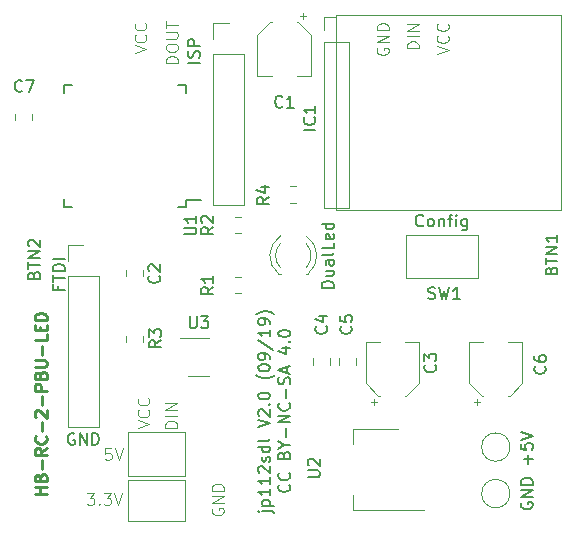
<source format=gbr>
G04 #@! TF.GenerationSoftware,KiCad,Pcbnew,(5.1.4)-1*
G04 #@! TF.CreationDate,2019-09-20T08:24:21+02:00*
G04 #@! TF.ProjectId,hb-rc-2-pbu-led,68622d72-632d-4322-9d70-62752d6c6564,rev?*
G04 #@! TF.SameCoordinates,Original*
G04 #@! TF.FileFunction,Legend,Top*
G04 #@! TF.FilePolarity,Positive*
%FSLAX46Y46*%
G04 Gerber Fmt 4.6, Leading zero omitted, Abs format (unit mm)*
G04 Created by KiCad (PCBNEW (5.1.4)-1) date 2019-09-20 08:24:21*
%MOMM*%
%LPD*%
G04 APERTURE LIST*
%ADD10C,0.150000*%
%ADD11C,0.100000*%
%ADD12C,0.120000*%
%ADD13C,0.250000*%
%ADD14C,0.200000*%
G04 APERTURE END LIST*
D10*
X94305380Y-59142190D02*
X93305380Y-59142190D01*
X94257761Y-58713619D02*
X94305380Y-58570761D01*
X94305380Y-58332666D01*
X94257761Y-58237428D01*
X94210142Y-58189809D01*
X94114904Y-58142190D01*
X94019666Y-58142190D01*
X93924428Y-58189809D01*
X93876809Y-58237428D01*
X93829190Y-58332666D01*
X93781571Y-58523142D01*
X93733952Y-58618380D01*
X93686333Y-58666000D01*
X93591095Y-58713619D01*
X93495857Y-58713619D01*
X93400619Y-58666000D01*
X93353000Y-58618380D01*
X93305380Y-58523142D01*
X93305380Y-58285047D01*
X93353000Y-58142190D01*
X94305380Y-57713619D02*
X93305380Y-57713619D01*
X93305380Y-57332666D01*
X93353000Y-57237428D01*
X93400619Y-57189809D01*
X93495857Y-57142190D01*
X93638714Y-57142190D01*
X93733952Y-57189809D01*
X93781571Y-57237428D01*
X93829190Y-57332666D01*
X93829190Y-57713619D01*
X83693095Y-90559000D02*
X83597857Y-90511380D01*
X83455000Y-90511380D01*
X83312142Y-90559000D01*
X83216904Y-90654238D01*
X83169285Y-90749476D01*
X83121666Y-90939952D01*
X83121666Y-91082809D01*
X83169285Y-91273285D01*
X83216904Y-91368523D01*
X83312142Y-91463761D01*
X83455000Y-91511380D01*
X83550238Y-91511380D01*
X83693095Y-91463761D01*
X83740714Y-91416142D01*
X83740714Y-91082809D01*
X83550238Y-91082809D01*
X84169285Y-91511380D02*
X84169285Y-90511380D01*
X84740714Y-91511380D01*
X84740714Y-90511380D01*
X85216904Y-91511380D02*
X85216904Y-90511380D01*
X85455000Y-90511380D01*
X85597857Y-90559000D01*
X85693095Y-90654238D01*
X85740714Y-90749476D01*
X85788333Y-90939952D01*
X85788333Y-91082809D01*
X85740714Y-91273285D01*
X85693095Y-91368523D01*
X85597857Y-91463761D01*
X85455000Y-91511380D01*
X85216904Y-91511380D01*
X82351571Y-78065190D02*
X82351571Y-78398523D01*
X82875380Y-78398523D02*
X81875380Y-78398523D01*
X81875380Y-77922333D01*
X81875380Y-77684238D02*
X81875380Y-77112809D01*
X82875380Y-77398523D02*
X81875380Y-77398523D01*
X82875380Y-76779476D02*
X81875380Y-76779476D01*
X81875380Y-76541380D01*
X81923000Y-76398523D01*
X82018238Y-76303285D01*
X82113476Y-76255666D01*
X82303952Y-76208047D01*
X82446809Y-76208047D01*
X82637285Y-76255666D01*
X82732523Y-76303285D01*
X82827761Y-76398523D01*
X82875380Y-76541380D01*
X82875380Y-76779476D01*
X82875380Y-75779476D02*
X81875380Y-75779476D01*
D11*
X84756809Y-95591380D02*
X85375857Y-95591380D01*
X85042523Y-95972333D01*
X85185380Y-95972333D01*
X85280619Y-96019952D01*
X85328238Y-96067571D01*
X85375857Y-96162809D01*
X85375857Y-96400904D01*
X85328238Y-96496142D01*
X85280619Y-96543761D01*
X85185380Y-96591380D01*
X84899666Y-96591380D01*
X84804428Y-96543761D01*
X84756809Y-96496142D01*
X85804428Y-96496142D02*
X85852047Y-96543761D01*
X85804428Y-96591380D01*
X85756809Y-96543761D01*
X85804428Y-96496142D01*
X85804428Y-96591380D01*
X86185380Y-95591380D02*
X86804428Y-95591380D01*
X86471095Y-95972333D01*
X86613952Y-95972333D01*
X86709190Y-96019952D01*
X86756809Y-96067571D01*
X86804428Y-96162809D01*
X86804428Y-96400904D01*
X86756809Y-96496142D01*
X86709190Y-96543761D01*
X86613952Y-96591380D01*
X86328238Y-96591380D01*
X86233000Y-96543761D01*
X86185380Y-96496142D01*
X87090142Y-95591380D02*
X87423476Y-96591380D01*
X87756809Y-95591380D01*
X86804523Y-91781380D02*
X86328333Y-91781380D01*
X86280714Y-92257571D01*
X86328333Y-92209952D01*
X86423571Y-92162333D01*
X86661666Y-92162333D01*
X86756904Y-92209952D01*
X86804523Y-92257571D01*
X86852142Y-92352809D01*
X86852142Y-92590904D01*
X86804523Y-92686142D01*
X86756904Y-92733761D01*
X86661666Y-92781380D01*
X86423571Y-92781380D01*
X86328333Y-92733761D01*
X86280714Y-92686142D01*
X87137857Y-91781380D02*
X87471190Y-92781380D01*
X87804523Y-91781380D01*
X89050880Y-90106333D02*
X90050880Y-89773000D01*
X89050880Y-89439666D01*
X89955642Y-88534904D02*
X90003261Y-88582523D01*
X90050880Y-88725380D01*
X90050880Y-88820619D01*
X90003261Y-88963476D01*
X89908023Y-89058714D01*
X89812785Y-89106333D01*
X89622309Y-89153952D01*
X89479452Y-89153952D01*
X89288976Y-89106333D01*
X89193738Y-89058714D01*
X89098500Y-88963476D01*
X89050880Y-88820619D01*
X89050880Y-88725380D01*
X89098500Y-88582523D01*
X89146119Y-88534904D01*
X89955642Y-87534904D02*
X90003261Y-87582523D01*
X90050880Y-87725380D01*
X90050880Y-87820619D01*
X90003261Y-87963476D01*
X89908023Y-88058714D01*
X89812785Y-88106333D01*
X89622309Y-88153952D01*
X89479452Y-88153952D01*
X89288976Y-88106333D01*
X89193738Y-88058714D01*
X89098500Y-87963476D01*
X89050880Y-87820619D01*
X89050880Y-87725380D01*
X89098500Y-87582523D01*
X89146119Y-87534904D01*
X92400380Y-90050809D02*
X91400380Y-90050809D01*
X91400380Y-89812714D01*
X91448000Y-89669857D01*
X91543238Y-89574619D01*
X91638476Y-89527000D01*
X91828952Y-89479380D01*
X91971809Y-89479380D01*
X92162285Y-89527000D01*
X92257523Y-89574619D01*
X92352761Y-89669857D01*
X92400380Y-89812714D01*
X92400380Y-90050809D01*
X92400380Y-89050809D02*
X91400380Y-89050809D01*
X92400380Y-88574619D02*
X91400380Y-88574619D01*
X92400380Y-88003190D01*
X91400380Y-88003190D01*
D12*
X88265000Y-94488000D02*
X93091000Y-94488000D01*
X88265000Y-97917000D02*
X88265000Y-94488000D01*
X93091000Y-97917000D02*
X88265000Y-97917000D01*
X93091000Y-94488000D02*
X93091000Y-97917000D01*
X88265000Y-94107000D02*
X88265000Y-90424000D01*
X93091000Y-94107000D02*
X88265000Y-94107000D01*
X93091000Y-90424000D02*
X93091000Y-94107000D01*
X88265000Y-90424000D02*
X93091000Y-90424000D01*
D11*
X95385000Y-96900904D02*
X95337380Y-96996142D01*
X95337380Y-97139000D01*
X95385000Y-97281857D01*
X95480238Y-97377095D01*
X95575476Y-97424714D01*
X95765952Y-97472333D01*
X95908809Y-97472333D01*
X96099285Y-97424714D01*
X96194523Y-97377095D01*
X96289761Y-97281857D01*
X96337380Y-97139000D01*
X96337380Y-97043761D01*
X96289761Y-96900904D01*
X96242142Y-96853285D01*
X95908809Y-96853285D01*
X95908809Y-97043761D01*
X96337380Y-96424714D02*
X95337380Y-96424714D01*
X96337380Y-95853285D01*
X95337380Y-95853285D01*
X96337380Y-95377095D02*
X95337380Y-95377095D01*
X95337380Y-95139000D01*
X95385000Y-94996142D01*
X95480238Y-94900904D01*
X95575476Y-94853285D01*
X95765952Y-94805666D01*
X95908809Y-94805666D01*
X96099285Y-94853285D01*
X96194523Y-94900904D01*
X96289761Y-94996142D01*
X96337380Y-95139000D01*
X96337380Y-95377095D01*
D10*
X121547000Y-96392904D02*
X121499380Y-96488142D01*
X121499380Y-96631000D01*
X121547000Y-96773857D01*
X121642238Y-96869095D01*
X121737476Y-96916714D01*
X121927952Y-96964333D01*
X122070809Y-96964333D01*
X122261285Y-96916714D01*
X122356523Y-96869095D01*
X122451761Y-96773857D01*
X122499380Y-96631000D01*
X122499380Y-96535761D01*
X122451761Y-96392904D01*
X122404142Y-96345285D01*
X122070809Y-96345285D01*
X122070809Y-96535761D01*
X122499380Y-95916714D02*
X121499380Y-95916714D01*
X122499380Y-95345285D01*
X121499380Y-95345285D01*
X122499380Y-94869095D02*
X121499380Y-94869095D01*
X121499380Y-94631000D01*
X121547000Y-94488142D01*
X121642238Y-94392904D01*
X121737476Y-94345285D01*
X121927952Y-94297666D01*
X122070809Y-94297666D01*
X122261285Y-94345285D01*
X122356523Y-94392904D01*
X122451761Y-94488142D01*
X122499380Y-94631000D01*
X122499380Y-94869095D01*
X122118428Y-93106714D02*
X122118428Y-92344809D01*
X122499380Y-92725761D02*
X121737476Y-92725761D01*
X121499380Y-91392428D02*
X121499380Y-91868619D01*
X121975571Y-91916238D01*
X121927952Y-91868619D01*
X121880333Y-91773380D01*
X121880333Y-91535285D01*
X121927952Y-91440047D01*
X121975571Y-91392428D01*
X122070809Y-91344809D01*
X122308904Y-91344809D01*
X122404142Y-91392428D01*
X122451761Y-91440047D01*
X122499380Y-91535285D01*
X122499380Y-91773380D01*
X122451761Y-91868619D01*
X122404142Y-91916238D01*
X121499380Y-91059095D02*
X122499380Y-90725761D01*
X121499380Y-90392428D01*
D13*
X81351380Y-95630047D02*
X80351380Y-95630047D01*
X80827571Y-95630047D02*
X80827571Y-95058619D01*
X81351380Y-95058619D02*
X80351380Y-95058619D01*
X80827571Y-94249095D02*
X80875190Y-94106238D01*
X80922809Y-94058619D01*
X81018047Y-94011000D01*
X81160904Y-94011000D01*
X81256142Y-94058619D01*
X81303761Y-94106238D01*
X81351380Y-94201476D01*
X81351380Y-94582428D01*
X80351380Y-94582428D01*
X80351380Y-94249095D01*
X80399000Y-94153857D01*
X80446619Y-94106238D01*
X80541857Y-94058619D01*
X80637095Y-94058619D01*
X80732333Y-94106238D01*
X80779952Y-94153857D01*
X80827571Y-94249095D01*
X80827571Y-94582428D01*
X80970428Y-93582428D02*
X80970428Y-92820523D01*
X81351380Y-91772904D02*
X80875190Y-92106238D01*
X81351380Y-92344333D02*
X80351380Y-92344333D01*
X80351380Y-91963380D01*
X80399000Y-91868142D01*
X80446619Y-91820523D01*
X80541857Y-91772904D01*
X80684714Y-91772904D01*
X80779952Y-91820523D01*
X80827571Y-91868142D01*
X80875190Y-91963380D01*
X80875190Y-92344333D01*
X81256142Y-90772904D02*
X81303761Y-90820523D01*
X81351380Y-90963380D01*
X81351380Y-91058619D01*
X81303761Y-91201476D01*
X81208523Y-91296714D01*
X81113285Y-91344333D01*
X80922809Y-91391952D01*
X80779952Y-91391952D01*
X80589476Y-91344333D01*
X80494238Y-91296714D01*
X80399000Y-91201476D01*
X80351380Y-91058619D01*
X80351380Y-90963380D01*
X80399000Y-90820523D01*
X80446619Y-90772904D01*
X80970428Y-90344333D02*
X80970428Y-89582428D01*
X80446619Y-89153857D02*
X80399000Y-89106238D01*
X80351380Y-89011000D01*
X80351380Y-88772904D01*
X80399000Y-88677666D01*
X80446619Y-88630047D01*
X80541857Y-88582428D01*
X80637095Y-88582428D01*
X80779952Y-88630047D01*
X81351380Y-89201476D01*
X81351380Y-88582428D01*
X80970428Y-88153857D02*
X80970428Y-87391952D01*
X81351380Y-86915761D02*
X80351380Y-86915761D01*
X80351380Y-86534809D01*
X80399000Y-86439571D01*
X80446619Y-86391952D01*
X80541857Y-86344333D01*
X80684714Y-86344333D01*
X80779952Y-86391952D01*
X80827571Y-86439571D01*
X80875190Y-86534809D01*
X80875190Y-86915761D01*
X80827571Y-85582428D02*
X80875190Y-85439571D01*
X80922809Y-85391952D01*
X81018047Y-85344333D01*
X81160904Y-85344333D01*
X81256142Y-85391952D01*
X81303761Y-85439571D01*
X81351380Y-85534809D01*
X81351380Y-85915761D01*
X80351380Y-85915761D01*
X80351380Y-85582428D01*
X80399000Y-85487190D01*
X80446619Y-85439571D01*
X80541857Y-85391952D01*
X80637095Y-85391952D01*
X80732333Y-85439571D01*
X80779952Y-85487190D01*
X80827571Y-85582428D01*
X80827571Y-85915761D01*
X80351380Y-84915761D02*
X81160904Y-84915761D01*
X81256142Y-84868142D01*
X81303761Y-84820523D01*
X81351380Y-84725285D01*
X81351380Y-84534809D01*
X81303761Y-84439571D01*
X81256142Y-84391952D01*
X81160904Y-84344333D01*
X80351380Y-84344333D01*
X80970428Y-83868142D02*
X80970428Y-83106238D01*
X81351380Y-82153857D02*
X81351380Y-82630047D01*
X80351380Y-82630047D01*
X80827571Y-81820523D02*
X80827571Y-81487190D01*
X81351380Y-81344333D02*
X81351380Y-81820523D01*
X80351380Y-81820523D01*
X80351380Y-81344333D01*
X81351380Y-80915761D02*
X80351380Y-80915761D01*
X80351380Y-80677666D01*
X80399000Y-80534809D01*
X80494238Y-80439571D01*
X80589476Y-80391952D01*
X80779952Y-80344333D01*
X80922809Y-80344333D01*
X81113285Y-80391952D01*
X81208523Y-80439571D01*
X81303761Y-80534809D01*
X81351380Y-80677666D01*
X81351380Y-80915761D01*
D14*
X99595914Y-97122190D02*
X100453057Y-97122190D01*
X100548295Y-97169809D01*
X100595914Y-97265047D01*
X100595914Y-97312666D01*
X99262580Y-97122190D02*
X99310200Y-97169809D01*
X99357819Y-97122190D01*
X99310200Y-97074571D01*
X99262580Y-97122190D01*
X99357819Y-97122190D01*
X99595914Y-96646000D02*
X100595914Y-96646000D01*
X99643533Y-96646000D02*
X99595914Y-96550761D01*
X99595914Y-96360285D01*
X99643533Y-96265047D01*
X99691152Y-96217428D01*
X99786390Y-96169809D01*
X100072104Y-96169809D01*
X100167342Y-96217428D01*
X100214961Y-96265047D01*
X100262580Y-96360285D01*
X100262580Y-96550761D01*
X100214961Y-96646000D01*
X100262580Y-95217428D02*
X100262580Y-95788857D01*
X100262580Y-95503142D02*
X99262580Y-95503142D01*
X99405438Y-95598380D01*
X99500676Y-95693619D01*
X99548295Y-95788857D01*
X100262580Y-94265047D02*
X100262580Y-94836476D01*
X100262580Y-94550761D02*
X99262580Y-94550761D01*
X99405438Y-94646000D01*
X99500676Y-94741238D01*
X99548295Y-94836476D01*
X99357819Y-93884095D02*
X99310200Y-93836476D01*
X99262580Y-93741238D01*
X99262580Y-93503142D01*
X99310200Y-93407904D01*
X99357819Y-93360285D01*
X99453057Y-93312666D01*
X99548295Y-93312666D01*
X99691152Y-93360285D01*
X100262580Y-93931714D01*
X100262580Y-93312666D01*
X100214961Y-92931714D02*
X100262580Y-92836476D01*
X100262580Y-92646000D01*
X100214961Y-92550761D01*
X100119723Y-92503142D01*
X100072104Y-92503142D01*
X99976866Y-92550761D01*
X99929247Y-92646000D01*
X99929247Y-92788857D01*
X99881628Y-92884095D01*
X99786390Y-92931714D01*
X99738771Y-92931714D01*
X99643533Y-92884095D01*
X99595914Y-92788857D01*
X99595914Y-92646000D01*
X99643533Y-92550761D01*
X100262580Y-91646000D02*
X99262580Y-91646000D01*
X100214961Y-91646000D02*
X100262580Y-91741238D01*
X100262580Y-91931714D01*
X100214961Y-92026952D01*
X100167342Y-92074571D01*
X100072104Y-92122190D01*
X99786390Y-92122190D01*
X99691152Y-92074571D01*
X99643533Y-92026952D01*
X99595914Y-91931714D01*
X99595914Y-91741238D01*
X99643533Y-91646000D01*
X100262580Y-91026952D02*
X100214961Y-91122190D01*
X100119723Y-91169809D01*
X99262580Y-91169809D01*
X99262580Y-90026952D02*
X100262580Y-89693619D01*
X99262580Y-89360285D01*
X99357819Y-89074571D02*
X99310200Y-89026952D01*
X99262580Y-88931714D01*
X99262580Y-88693619D01*
X99310200Y-88598380D01*
X99357819Y-88550761D01*
X99453057Y-88503142D01*
X99548295Y-88503142D01*
X99691152Y-88550761D01*
X100262580Y-89122190D01*
X100262580Y-88503142D01*
X100167342Y-88074571D02*
X100214961Y-88026952D01*
X100262580Y-88074571D01*
X100214961Y-88122190D01*
X100167342Y-88074571D01*
X100262580Y-88074571D01*
X99262580Y-87407904D02*
X99262580Y-87312666D01*
X99310200Y-87217428D01*
X99357819Y-87169809D01*
X99453057Y-87122190D01*
X99643533Y-87074571D01*
X99881628Y-87074571D01*
X100072104Y-87122190D01*
X100167342Y-87169809D01*
X100214961Y-87217428D01*
X100262580Y-87312666D01*
X100262580Y-87407904D01*
X100214961Y-87503142D01*
X100167342Y-87550761D01*
X100072104Y-87598380D01*
X99881628Y-87646000D01*
X99643533Y-87646000D01*
X99453057Y-87598380D01*
X99357819Y-87550761D01*
X99310200Y-87503142D01*
X99262580Y-87407904D01*
X100643533Y-85598380D02*
X100595914Y-85646000D01*
X100453057Y-85741238D01*
X100357819Y-85788857D01*
X100214961Y-85836476D01*
X99976866Y-85884095D01*
X99786390Y-85884095D01*
X99548295Y-85836476D01*
X99405438Y-85788857D01*
X99310200Y-85741238D01*
X99167342Y-85646000D01*
X99119723Y-85598380D01*
X99262580Y-85026952D02*
X99262580Y-84931714D01*
X99310200Y-84836476D01*
X99357819Y-84788857D01*
X99453057Y-84741238D01*
X99643533Y-84693619D01*
X99881628Y-84693619D01*
X100072104Y-84741238D01*
X100167342Y-84788857D01*
X100214961Y-84836476D01*
X100262580Y-84931714D01*
X100262580Y-85026952D01*
X100214961Y-85122190D01*
X100167342Y-85169809D01*
X100072104Y-85217428D01*
X99881628Y-85265047D01*
X99643533Y-85265047D01*
X99453057Y-85217428D01*
X99357819Y-85169809D01*
X99310200Y-85122190D01*
X99262580Y-85026952D01*
X100262580Y-84217428D02*
X100262580Y-84026952D01*
X100214961Y-83931714D01*
X100167342Y-83884095D01*
X100024485Y-83788857D01*
X99834009Y-83741238D01*
X99453057Y-83741238D01*
X99357819Y-83788857D01*
X99310200Y-83836476D01*
X99262580Y-83931714D01*
X99262580Y-84122190D01*
X99310200Y-84217428D01*
X99357819Y-84265047D01*
X99453057Y-84312666D01*
X99691152Y-84312666D01*
X99786390Y-84265047D01*
X99834009Y-84217428D01*
X99881628Y-84122190D01*
X99881628Y-83931714D01*
X99834009Y-83836476D01*
X99786390Y-83788857D01*
X99691152Y-83741238D01*
X99214961Y-82598380D02*
X100500676Y-83455523D01*
X100262580Y-81741238D02*
X100262580Y-82312666D01*
X100262580Y-82026952D02*
X99262580Y-82026952D01*
X99405438Y-82122190D01*
X99500676Y-82217428D01*
X99548295Y-82312666D01*
X100262580Y-81265047D02*
X100262580Y-81074571D01*
X100214961Y-80979333D01*
X100167342Y-80931714D01*
X100024485Y-80836476D01*
X99834009Y-80788857D01*
X99453057Y-80788857D01*
X99357819Y-80836476D01*
X99310200Y-80884095D01*
X99262580Y-80979333D01*
X99262580Y-81169809D01*
X99310200Y-81265047D01*
X99357819Y-81312666D01*
X99453057Y-81360285D01*
X99691152Y-81360285D01*
X99786390Y-81312666D01*
X99834009Y-81265047D01*
X99881628Y-81169809D01*
X99881628Y-80979333D01*
X99834009Y-80884095D01*
X99786390Y-80836476D01*
X99691152Y-80788857D01*
X100643533Y-80455523D02*
X100595914Y-80407904D01*
X100453057Y-80312666D01*
X100357819Y-80265047D01*
X100214961Y-80217428D01*
X99976866Y-80169809D01*
X99786390Y-80169809D01*
X99548295Y-80217428D01*
X99405438Y-80265047D01*
X99310200Y-80312666D01*
X99167342Y-80407904D01*
X99119723Y-80455523D01*
X101867342Y-94884095D02*
X101914961Y-94931714D01*
X101962580Y-95074571D01*
X101962580Y-95169809D01*
X101914961Y-95312666D01*
X101819723Y-95407904D01*
X101724485Y-95455523D01*
X101534009Y-95503142D01*
X101391152Y-95503142D01*
X101200676Y-95455523D01*
X101105438Y-95407904D01*
X101010200Y-95312666D01*
X100962580Y-95169809D01*
X100962580Y-95074571D01*
X101010200Y-94931714D01*
X101057819Y-94884095D01*
X101867342Y-93884095D02*
X101914961Y-93931714D01*
X101962580Y-94074571D01*
X101962580Y-94169809D01*
X101914961Y-94312666D01*
X101819723Y-94407904D01*
X101724485Y-94455523D01*
X101534009Y-94503142D01*
X101391152Y-94503142D01*
X101200676Y-94455523D01*
X101105438Y-94407904D01*
X101010200Y-94312666D01*
X100962580Y-94169809D01*
X100962580Y-94074571D01*
X101010200Y-93931714D01*
X101057819Y-93884095D01*
X101438771Y-92360285D02*
X101486390Y-92217428D01*
X101534009Y-92169809D01*
X101629247Y-92122190D01*
X101772104Y-92122190D01*
X101867342Y-92169809D01*
X101914961Y-92217428D01*
X101962580Y-92312666D01*
X101962580Y-92693619D01*
X100962580Y-92693619D01*
X100962580Y-92360285D01*
X101010200Y-92265047D01*
X101057819Y-92217428D01*
X101153057Y-92169809D01*
X101248295Y-92169809D01*
X101343533Y-92217428D01*
X101391152Y-92265047D01*
X101438771Y-92360285D01*
X101438771Y-92693619D01*
X101486390Y-91503142D02*
X101962580Y-91503142D01*
X100962580Y-91836476D02*
X101486390Y-91503142D01*
X100962580Y-91169809D01*
X101581628Y-90836476D02*
X101581628Y-90074571D01*
X101962580Y-89598380D02*
X100962580Y-89598380D01*
X101962580Y-89026952D01*
X100962580Y-89026952D01*
X101867342Y-87979333D02*
X101914961Y-88026952D01*
X101962580Y-88169809D01*
X101962580Y-88265047D01*
X101914961Y-88407904D01*
X101819723Y-88503142D01*
X101724485Y-88550761D01*
X101534009Y-88598380D01*
X101391152Y-88598380D01*
X101200676Y-88550761D01*
X101105438Y-88503142D01*
X101010200Y-88407904D01*
X100962580Y-88265047D01*
X100962580Y-88169809D01*
X101010200Y-88026952D01*
X101057819Y-87979333D01*
X101581628Y-87550761D02*
X101581628Y-86788857D01*
X101914961Y-86360285D02*
X101962580Y-86217428D01*
X101962580Y-85979333D01*
X101914961Y-85884095D01*
X101867342Y-85836476D01*
X101772104Y-85788857D01*
X101676866Y-85788857D01*
X101581628Y-85836476D01*
X101534009Y-85884095D01*
X101486390Y-85979333D01*
X101438771Y-86169809D01*
X101391152Y-86265047D01*
X101343533Y-86312666D01*
X101248295Y-86360285D01*
X101153057Y-86360285D01*
X101057819Y-86312666D01*
X101010200Y-86265047D01*
X100962580Y-86169809D01*
X100962580Y-85931714D01*
X101010200Y-85788857D01*
X101676866Y-85407904D02*
X101676866Y-84931714D01*
X101962580Y-85503142D02*
X100962580Y-85169809D01*
X101962580Y-84836476D01*
X101295914Y-83312666D02*
X101962580Y-83312666D01*
X100914961Y-83550761D02*
X101629247Y-83788857D01*
X101629247Y-83169809D01*
X101867342Y-82788857D02*
X101914961Y-82741238D01*
X101962580Y-82788857D01*
X101914961Y-82836476D01*
X101867342Y-82788857D01*
X101962580Y-82788857D01*
X100962580Y-82122190D02*
X100962580Y-82026952D01*
X101010200Y-81931714D01*
X101057819Y-81884095D01*
X101153057Y-81836476D01*
X101343533Y-81788857D01*
X101581628Y-81788857D01*
X101772104Y-81836476D01*
X101867342Y-81884095D01*
X101914961Y-81931714D01*
X101962580Y-82026952D01*
X101962580Y-82122190D01*
X101914961Y-82217428D01*
X101867342Y-82265047D01*
X101772104Y-82312666D01*
X101581628Y-82360285D01*
X101343533Y-82360285D01*
X101153057Y-82312666D01*
X101057819Y-82265047D01*
X101010200Y-82217428D01*
X100962580Y-82122190D01*
D12*
X105892600Y-71602600D02*
X105892600Y-55092600D01*
X124942600Y-71602600D02*
X105892600Y-71602600D01*
X124942600Y-55092600D02*
X124942600Y-71602600D01*
X105892600Y-55092600D02*
X124942600Y-55092600D01*
D10*
X93135200Y-70805400D02*
X94410200Y-70805400D01*
X82785200Y-71380400D02*
X83460200Y-71380400D01*
X82785200Y-61030400D02*
X83460200Y-61030400D01*
X93135200Y-61030400D02*
X92460200Y-61030400D01*
X93135200Y-71380400D02*
X92460200Y-71380400D01*
X93135200Y-61030400D02*
X93135200Y-61705400D01*
X82785200Y-61030400D02*
X82785200Y-61705400D01*
X82785200Y-71380400D02*
X82785200Y-70705400D01*
X93135200Y-71380400D02*
X93135200Y-70805400D01*
D12*
X95444000Y-55820000D02*
X96774000Y-55820000D01*
X95444000Y-57150000D02*
X95444000Y-55820000D01*
X95444000Y-58420000D02*
X98104000Y-58420000D01*
X98104000Y-58420000D02*
X98104000Y-71180000D01*
X95444000Y-58420000D02*
X95444000Y-71180000D01*
X95444000Y-71180000D02*
X98104000Y-71180000D01*
X117570000Y-87840000D02*
X118070000Y-87840000D01*
X117820000Y-88090000D02*
X117820000Y-87590000D01*
X120575563Y-87350000D02*
X121640000Y-86285563D01*
X118184437Y-87350000D02*
X117120000Y-86285563D01*
X118184437Y-87350000D02*
X118320000Y-87350000D01*
X120575563Y-87350000D02*
X120440000Y-87350000D01*
X121640000Y-86285563D02*
X121640000Y-82830000D01*
X117120000Y-86285563D02*
X117120000Y-82830000D01*
X117120000Y-82830000D02*
X118320000Y-82830000D01*
X121640000Y-82830000D02*
X120440000Y-82830000D01*
X108807000Y-87840000D02*
X109307000Y-87840000D01*
X109057000Y-88090000D02*
X109057000Y-87590000D01*
X111812563Y-87350000D02*
X112877000Y-86285563D01*
X109421437Y-87350000D02*
X108357000Y-86285563D01*
X109421437Y-87350000D02*
X109557000Y-87350000D01*
X111812563Y-87350000D02*
X111677000Y-87350000D01*
X112877000Y-86285563D02*
X112877000Y-82830000D01*
X108357000Y-86285563D02*
X108357000Y-82830000D01*
X108357000Y-82830000D02*
X109557000Y-82830000D01*
X112877000Y-82830000D02*
X111677000Y-82830000D01*
X103270000Y-55225500D02*
X102770000Y-55225500D01*
X103020000Y-54975500D02*
X103020000Y-55475500D01*
X100264437Y-55715500D02*
X99200000Y-56779937D01*
X102655563Y-55715500D02*
X103720000Y-56779937D01*
X102655563Y-55715500D02*
X102520000Y-55715500D01*
X100264437Y-55715500D02*
X100400000Y-55715500D01*
X99200000Y-56779937D02*
X99200000Y-60235500D01*
X103720000Y-56779937D02*
X103720000Y-60235500D01*
X103720000Y-60235500D02*
X102520000Y-60235500D01*
X99200000Y-60235500D02*
X100400000Y-60235500D01*
X101982748Y-71042600D02*
X102505252Y-71042600D01*
X101982748Y-69622600D02*
X102505252Y-69622600D01*
X89483000Y-82802252D02*
X89483000Y-82279748D01*
X88063000Y-82802252D02*
X88063000Y-82279748D01*
X97265748Y-73608000D02*
X97788252Y-73608000D01*
X97265748Y-72188000D02*
X97788252Y-72188000D01*
X97265748Y-78688000D02*
X97788252Y-78688000D01*
X97265748Y-77268000D02*
X97788252Y-77268000D01*
X80085000Y-64031652D02*
X80085000Y-63509148D01*
X78665000Y-64031652D02*
X78665000Y-63509148D01*
X107517000Y-84716252D02*
X107517000Y-84193748D01*
X106097000Y-84716252D02*
X106097000Y-84193748D01*
X105358000Y-84716252D02*
X105358000Y-84193748D01*
X103938000Y-84716252D02*
X103938000Y-84193748D01*
X88063000Y-76700748D02*
X88063000Y-77223252D01*
X89483000Y-76700748D02*
X89483000Y-77223252D01*
X120580000Y-95631000D02*
G75*
G03X120580000Y-95631000I-1200000J0D01*
G01*
X120580000Y-91694000D02*
G75*
G03X120580000Y-91694000I-1200000J0D01*
G01*
X117868000Y-73755000D02*
X117868000Y-77375000D01*
X111748000Y-73755000D02*
X117868000Y-73755000D01*
X111748000Y-77375000D02*
X111748000Y-73755000D01*
X117868000Y-77375000D02*
X111748000Y-77375000D01*
X95134000Y-82464000D02*
X92684000Y-82464000D01*
X93334000Y-85684000D02*
X95134000Y-85684000D01*
X107310000Y-90189000D02*
X107310000Y-91449000D01*
X107310000Y-97009000D02*
X107310000Y-95749000D01*
X111070000Y-90189000D02*
X107310000Y-90189000D01*
X113320000Y-97009000D02*
X107310000Y-97009000D01*
X83125000Y-74616000D02*
X84455000Y-74616000D01*
X83125000Y-75946000D02*
X83125000Y-74616000D01*
X83125000Y-77216000D02*
X85785000Y-77216000D01*
X85785000Y-77216000D02*
X85785000Y-89976000D01*
X83125000Y-77216000D02*
X83125000Y-89976000D01*
X83125000Y-89976000D02*
X85785000Y-89976000D01*
X104833000Y-55302600D02*
X105893000Y-55302600D01*
X104833000Y-56362600D02*
X104833000Y-55302600D01*
X104833000Y-57362600D02*
X106953000Y-57362600D01*
X106953000Y-57362600D02*
X106953000Y-71422600D01*
X104833000Y-57362600D02*
X104833000Y-71422600D01*
X104833000Y-71422600D02*
X106953000Y-71422600D01*
X103315000Y-77048800D02*
X103471000Y-77048800D01*
X100999000Y-77048800D02*
X101155000Y-77048800D01*
X103314837Y-74447670D02*
G75*
G02X103315000Y-76529761I-1079837J-1041130D01*
G01*
X101155163Y-74447670D02*
G75*
G03X101155000Y-76529761I1079837J-1041130D01*
G01*
X103313608Y-73816465D02*
G75*
G02X103470516Y-77048800I-1078608J-1672335D01*
G01*
X101156392Y-73816465D02*
G75*
G03X100999484Y-77048800I1078608J-1672335D01*
G01*
D10*
X93010980Y-73685304D02*
X93820504Y-73685304D01*
X93915742Y-73637685D01*
X93963361Y-73590066D01*
X94010980Y-73494828D01*
X94010980Y-73304352D01*
X93963361Y-73209114D01*
X93915742Y-73161495D01*
X93820504Y-73113876D01*
X93010980Y-73113876D01*
X94010980Y-72113876D02*
X94010980Y-72685304D01*
X94010980Y-72399590D02*
X93010980Y-72399590D01*
X93153838Y-72494828D01*
X93249076Y-72590066D01*
X93296695Y-72685304D01*
X124071071Y-76747523D02*
X124118690Y-76604666D01*
X124166309Y-76557047D01*
X124261547Y-76509428D01*
X124404404Y-76509428D01*
X124499642Y-76557047D01*
X124547261Y-76604666D01*
X124594880Y-76699904D01*
X124594880Y-77080857D01*
X123594880Y-77080857D01*
X123594880Y-76747523D01*
X123642500Y-76652285D01*
X123690119Y-76604666D01*
X123785357Y-76557047D01*
X123880595Y-76557047D01*
X123975833Y-76604666D01*
X124023452Y-76652285D01*
X124071071Y-76747523D01*
X124071071Y-77080857D01*
X123594880Y-76223714D02*
X123594880Y-75652285D01*
X124594880Y-75938000D02*
X123594880Y-75938000D01*
X124594880Y-75318952D02*
X123594880Y-75318952D01*
X124594880Y-74747523D01*
X123594880Y-74747523D01*
X124594880Y-73747523D02*
X124594880Y-74318952D01*
X124594880Y-74033238D02*
X123594880Y-74033238D01*
X123737738Y-74128476D01*
X123832976Y-74223714D01*
X123880595Y-74318952D01*
X80256071Y-77128523D02*
X80303690Y-76985666D01*
X80351309Y-76938047D01*
X80446547Y-76890428D01*
X80589404Y-76890428D01*
X80684642Y-76938047D01*
X80732261Y-76985666D01*
X80779880Y-77080904D01*
X80779880Y-77461857D01*
X79779880Y-77461857D01*
X79779880Y-77128523D01*
X79827500Y-77033285D01*
X79875119Y-76985666D01*
X79970357Y-76938047D01*
X80065595Y-76938047D01*
X80160833Y-76985666D01*
X80208452Y-77033285D01*
X80256071Y-77128523D01*
X80256071Y-77461857D01*
X79779880Y-76604714D02*
X79779880Y-76033285D01*
X80779880Y-76319000D02*
X79779880Y-76319000D01*
X80779880Y-75699952D02*
X79779880Y-75699952D01*
X80779880Y-75128523D01*
X79779880Y-75128523D01*
X79875119Y-74699952D02*
X79827500Y-74652333D01*
X79779880Y-74557095D01*
X79779880Y-74319000D01*
X79827500Y-74223761D01*
X79875119Y-74176142D01*
X79970357Y-74128523D01*
X80065595Y-74128523D01*
X80208452Y-74176142D01*
X80779880Y-74747571D01*
X80779880Y-74128523D01*
D11*
X109355000Y-57911904D02*
X109307380Y-58007142D01*
X109307380Y-58150000D01*
X109355000Y-58292857D01*
X109450238Y-58388095D01*
X109545476Y-58435714D01*
X109735952Y-58483333D01*
X109878809Y-58483333D01*
X110069285Y-58435714D01*
X110164523Y-58388095D01*
X110259761Y-58292857D01*
X110307380Y-58150000D01*
X110307380Y-58054761D01*
X110259761Y-57911904D01*
X110212142Y-57864285D01*
X109878809Y-57864285D01*
X109878809Y-58054761D01*
X110307380Y-57435714D02*
X109307380Y-57435714D01*
X110307380Y-56864285D01*
X109307380Y-56864285D01*
X110307380Y-56388095D02*
X109307380Y-56388095D01*
X109307380Y-56150000D01*
X109355000Y-56007142D01*
X109450238Y-55911904D01*
X109545476Y-55864285D01*
X109735952Y-55816666D01*
X109878809Y-55816666D01*
X110069285Y-55864285D01*
X110164523Y-55911904D01*
X110259761Y-56007142D01*
X110307380Y-56150000D01*
X110307380Y-56388095D01*
X112847380Y-57919809D02*
X111847380Y-57919809D01*
X111847380Y-57681714D01*
X111895000Y-57538857D01*
X111990238Y-57443619D01*
X112085476Y-57396000D01*
X112275952Y-57348380D01*
X112418809Y-57348380D01*
X112609285Y-57396000D01*
X112704523Y-57443619D01*
X112799761Y-57538857D01*
X112847380Y-57681714D01*
X112847380Y-57919809D01*
X112847380Y-56919809D02*
X111847380Y-56919809D01*
X112847380Y-56443619D02*
X111847380Y-56443619D01*
X112847380Y-55872190D01*
X111847380Y-55872190D01*
X114387380Y-58419833D02*
X115387380Y-58086500D01*
X114387380Y-57753166D01*
X115292142Y-56848404D02*
X115339761Y-56896023D01*
X115387380Y-57038880D01*
X115387380Y-57134119D01*
X115339761Y-57276976D01*
X115244523Y-57372214D01*
X115149285Y-57419833D01*
X114958809Y-57467452D01*
X114815952Y-57467452D01*
X114625476Y-57419833D01*
X114530238Y-57372214D01*
X114435000Y-57276976D01*
X114387380Y-57134119D01*
X114387380Y-57038880D01*
X114435000Y-56896023D01*
X114482619Y-56848404D01*
X115292142Y-55848404D02*
X115339761Y-55896023D01*
X115387380Y-56038880D01*
X115387380Y-56134119D01*
X115339761Y-56276976D01*
X115244523Y-56372214D01*
X115149285Y-56419833D01*
X114958809Y-56467452D01*
X114815952Y-56467452D01*
X114625476Y-56419833D01*
X114530238Y-56372214D01*
X114435000Y-56276976D01*
X114387380Y-56134119D01*
X114387380Y-56038880D01*
X114435000Y-55896023D01*
X114482619Y-55848404D01*
X88796880Y-58356333D02*
X89796880Y-58023000D01*
X88796880Y-57689666D01*
X89701642Y-56784904D02*
X89749261Y-56832523D01*
X89796880Y-56975380D01*
X89796880Y-57070619D01*
X89749261Y-57213476D01*
X89654023Y-57308714D01*
X89558785Y-57356333D01*
X89368309Y-57403952D01*
X89225452Y-57403952D01*
X89034976Y-57356333D01*
X88939738Y-57308714D01*
X88844500Y-57213476D01*
X88796880Y-57070619D01*
X88796880Y-56975380D01*
X88844500Y-56832523D01*
X88892119Y-56784904D01*
X89701642Y-55784904D02*
X89749261Y-55832523D01*
X89796880Y-55975380D01*
X89796880Y-56070619D01*
X89749261Y-56213476D01*
X89654023Y-56308714D01*
X89558785Y-56356333D01*
X89368309Y-56403952D01*
X89225452Y-56403952D01*
X89034976Y-56356333D01*
X88939738Y-56308714D01*
X88844500Y-56213476D01*
X88796880Y-56070619D01*
X88796880Y-55975380D01*
X88844500Y-55832523D01*
X88892119Y-55784904D01*
X92463880Y-59157976D02*
X91463880Y-59157976D01*
X91463880Y-58919880D01*
X91511500Y-58777023D01*
X91606738Y-58681785D01*
X91701976Y-58634166D01*
X91892452Y-58586547D01*
X92035309Y-58586547D01*
X92225785Y-58634166D01*
X92321023Y-58681785D01*
X92416261Y-58777023D01*
X92463880Y-58919880D01*
X92463880Y-59157976D01*
X91463880Y-57967500D02*
X91463880Y-57777023D01*
X91511500Y-57681785D01*
X91606738Y-57586547D01*
X91797214Y-57538928D01*
X92130547Y-57538928D01*
X92321023Y-57586547D01*
X92416261Y-57681785D01*
X92463880Y-57777023D01*
X92463880Y-57967500D01*
X92416261Y-58062738D01*
X92321023Y-58157976D01*
X92130547Y-58205595D01*
X91797214Y-58205595D01*
X91606738Y-58157976D01*
X91511500Y-58062738D01*
X91463880Y-57967500D01*
X91463880Y-57110357D02*
X92273404Y-57110357D01*
X92368642Y-57062738D01*
X92416261Y-57015119D01*
X92463880Y-56919880D01*
X92463880Y-56729404D01*
X92416261Y-56634166D01*
X92368642Y-56586547D01*
X92273404Y-56538928D01*
X91463880Y-56538928D01*
X91463880Y-56205595D02*
X91463880Y-55634166D01*
X92463880Y-55919880D02*
X91463880Y-55919880D01*
D10*
X123521742Y-84862966D02*
X123569361Y-84910585D01*
X123616980Y-85053442D01*
X123616980Y-85148680D01*
X123569361Y-85291538D01*
X123474123Y-85386776D01*
X123378885Y-85434395D01*
X123188409Y-85482014D01*
X123045552Y-85482014D01*
X122855076Y-85434395D01*
X122759838Y-85386776D01*
X122664600Y-85291538D01*
X122616980Y-85148680D01*
X122616980Y-85053442D01*
X122664600Y-84910585D01*
X122712219Y-84862966D01*
X122616980Y-84005823D02*
X122616980Y-84196300D01*
X122664600Y-84291538D01*
X122712219Y-84339157D01*
X122855076Y-84434395D01*
X123045552Y-84482014D01*
X123426504Y-84482014D01*
X123521742Y-84434395D01*
X123569361Y-84386776D01*
X123616980Y-84291538D01*
X123616980Y-84101061D01*
X123569361Y-84005823D01*
X123521742Y-83958204D01*
X123426504Y-83910585D01*
X123188409Y-83910585D01*
X123093171Y-83958204D01*
X123045552Y-84005823D01*
X122997933Y-84101061D01*
X122997933Y-84291538D01*
X123045552Y-84386776D01*
X123093171Y-84434395D01*
X123188409Y-84482014D01*
X114238042Y-84735966D02*
X114285661Y-84783585D01*
X114333280Y-84926442D01*
X114333280Y-85021680D01*
X114285661Y-85164538D01*
X114190423Y-85259776D01*
X114095185Y-85307395D01*
X113904709Y-85355014D01*
X113761852Y-85355014D01*
X113571376Y-85307395D01*
X113476138Y-85259776D01*
X113380900Y-85164538D01*
X113333280Y-85021680D01*
X113333280Y-84926442D01*
X113380900Y-84783585D01*
X113428519Y-84735966D01*
X113333280Y-84402633D02*
X113333280Y-83783585D01*
X113714233Y-84116919D01*
X113714233Y-83974061D01*
X113761852Y-83878823D01*
X113809471Y-83831204D01*
X113904709Y-83783585D01*
X114142804Y-83783585D01*
X114238042Y-83831204D01*
X114285661Y-83878823D01*
X114333280Y-83974061D01*
X114333280Y-84259776D01*
X114285661Y-84355014D01*
X114238042Y-84402633D01*
X101306033Y-62853842D02*
X101258414Y-62901461D01*
X101115557Y-62949080D01*
X101020319Y-62949080D01*
X100877461Y-62901461D01*
X100782223Y-62806223D01*
X100734604Y-62710985D01*
X100686985Y-62520509D01*
X100686985Y-62377652D01*
X100734604Y-62187176D01*
X100782223Y-62091938D01*
X100877461Y-61996700D01*
X101020319Y-61949080D01*
X101115557Y-61949080D01*
X101258414Y-61996700D01*
X101306033Y-62044319D01*
X102258414Y-62949080D02*
X101686985Y-62949080D01*
X101972700Y-62949080D02*
X101972700Y-61949080D01*
X101877461Y-62091938D01*
X101782223Y-62187176D01*
X101686985Y-62234795D01*
X100147380Y-70524666D02*
X99671190Y-70858000D01*
X100147380Y-71096095D02*
X99147380Y-71096095D01*
X99147380Y-70715142D01*
X99195000Y-70619904D01*
X99242619Y-70572285D01*
X99337857Y-70524666D01*
X99480714Y-70524666D01*
X99575952Y-70572285D01*
X99623571Y-70619904D01*
X99671190Y-70715142D01*
X99671190Y-71096095D01*
X99480714Y-69667523D02*
X100147380Y-69667523D01*
X99099761Y-69905619D02*
X99814047Y-70143714D01*
X99814047Y-69524666D01*
X91041480Y-82665866D02*
X90565290Y-82999200D01*
X91041480Y-83237295D02*
X90041480Y-83237295D01*
X90041480Y-82856342D01*
X90089100Y-82761104D01*
X90136719Y-82713485D01*
X90231957Y-82665866D01*
X90374814Y-82665866D01*
X90470052Y-82713485D01*
X90517671Y-82761104D01*
X90565290Y-82856342D01*
X90565290Y-83237295D01*
X90041480Y-82332533D02*
X90041480Y-81713485D01*
X90422433Y-82046819D01*
X90422433Y-81903961D01*
X90470052Y-81808723D01*
X90517671Y-81761104D01*
X90612909Y-81713485D01*
X90851004Y-81713485D01*
X90946242Y-81761104D01*
X90993861Y-81808723D01*
X91041480Y-81903961D01*
X91041480Y-82189676D01*
X90993861Y-82284914D01*
X90946242Y-82332533D01*
X95448380Y-73064666D02*
X94972190Y-73398000D01*
X95448380Y-73636095D02*
X94448380Y-73636095D01*
X94448380Y-73255142D01*
X94496000Y-73159904D01*
X94543619Y-73112285D01*
X94638857Y-73064666D01*
X94781714Y-73064666D01*
X94876952Y-73112285D01*
X94924571Y-73159904D01*
X94972190Y-73255142D01*
X94972190Y-73636095D01*
X94543619Y-72683714D02*
X94496000Y-72636095D01*
X94448380Y-72540857D01*
X94448380Y-72302761D01*
X94496000Y-72207523D01*
X94543619Y-72159904D01*
X94638857Y-72112285D01*
X94734095Y-72112285D01*
X94876952Y-72159904D01*
X95448380Y-72731333D01*
X95448380Y-72112285D01*
X95448380Y-78144666D02*
X94972190Y-78478000D01*
X95448380Y-78716095D02*
X94448380Y-78716095D01*
X94448380Y-78335142D01*
X94496000Y-78239904D01*
X94543619Y-78192285D01*
X94638857Y-78144666D01*
X94781714Y-78144666D01*
X94876952Y-78192285D01*
X94924571Y-78239904D01*
X94972190Y-78335142D01*
X94972190Y-78716095D01*
X95448380Y-77192285D02*
X95448380Y-77763714D01*
X95448380Y-77478000D02*
X94448380Y-77478000D01*
X94591238Y-77573238D01*
X94686476Y-77668476D01*
X94734095Y-77763714D01*
X79259133Y-61533042D02*
X79211514Y-61580661D01*
X79068657Y-61628280D01*
X78973419Y-61628280D01*
X78830561Y-61580661D01*
X78735323Y-61485423D01*
X78687704Y-61390185D01*
X78640085Y-61199709D01*
X78640085Y-61056852D01*
X78687704Y-60866376D01*
X78735323Y-60771138D01*
X78830561Y-60675900D01*
X78973419Y-60628280D01*
X79068657Y-60628280D01*
X79211514Y-60675900D01*
X79259133Y-60723519D01*
X79592466Y-60628280D02*
X80259133Y-60628280D01*
X79830561Y-61628280D01*
X107113342Y-81472066D02*
X107160961Y-81519685D01*
X107208580Y-81662542D01*
X107208580Y-81757780D01*
X107160961Y-81900638D01*
X107065723Y-81995876D01*
X106970485Y-82043495D01*
X106780009Y-82091114D01*
X106637152Y-82091114D01*
X106446676Y-82043495D01*
X106351438Y-81995876D01*
X106256200Y-81900638D01*
X106208580Y-81757780D01*
X106208580Y-81662542D01*
X106256200Y-81519685D01*
X106303819Y-81472066D01*
X106208580Y-80567304D02*
X106208580Y-81043495D01*
X106684771Y-81091114D01*
X106637152Y-81043495D01*
X106589533Y-80948257D01*
X106589533Y-80710161D01*
X106637152Y-80614923D01*
X106684771Y-80567304D01*
X106780009Y-80519685D01*
X107018104Y-80519685D01*
X107113342Y-80567304D01*
X107160961Y-80614923D01*
X107208580Y-80710161D01*
X107208580Y-80948257D01*
X107160961Y-81043495D01*
X107113342Y-81091114D01*
X105005142Y-81472066D02*
X105052761Y-81519685D01*
X105100380Y-81662542D01*
X105100380Y-81757780D01*
X105052761Y-81900638D01*
X104957523Y-81995876D01*
X104862285Y-82043495D01*
X104671809Y-82091114D01*
X104528952Y-82091114D01*
X104338476Y-82043495D01*
X104243238Y-81995876D01*
X104148000Y-81900638D01*
X104100380Y-81757780D01*
X104100380Y-81662542D01*
X104148000Y-81519685D01*
X104195619Y-81472066D01*
X104433714Y-80614923D02*
X105100380Y-80614923D01*
X104052761Y-80853019D02*
X104767047Y-81091114D01*
X104767047Y-80472066D01*
X90870042Y-77179466D02*
X90917661Y-77227085D01*
X90965280Y-77369942D01*
X90965280Y-77465180D01*
X90917661Y-77608038D01*
X90822423Y-77703276D01*
X90727185Y-77750895D01*
X90536709Y-77798514D01*
X90393852Y-77798514D01*
X90203376Y-77750895D01*
X90108138Y-77703276D01*
X90012900Y-77608038D01*
X89965280Y-77465180D01*
X89965280Y-77369942D01*
X90012900Y-77227085D01*
X90060519Y-77179466D01*
X90060519Y-76798514D02*
X90012900Y-76750895D01*
X89965280Y-76655657D01*
X89965280Y-76417561D01*
X90012900Y-76322323D01*
X90060519Y-76274704D01*
X90155757Y-76227085D01*
X90250995Y-76227085D01*
X90393852Y-76274704D01*
X90965280Y-76846133D01*
X90965280Y-76227085D01*
X113677866Y-79106661D02*
X113820723Y-79154280D01*
X114058819Y-79154280D01*
X114154057Y-79106661D01*
X114201676Y-79059042D01*
X114249295Y-78963804D01*
X114249295Y-78868566D01*
X114201676Y-78773328D01*
X114154057Y-78725709D01*
X114058819Y-78678090D01*
X113868342Y-78630471D01*
X113773104Y-78582852D01*
X113725485Y-78535233D01*
X113677866Y-78439995D01*
X113677866Y-78344757D01*
X113725485Y-78249519D01*
X113773104Y-78201900D01*
X113868342Y-78154280D01*
X114106438Y-78154280D01*
X114249295Y-78201900D01*
X114582628Y-78154280D02*
X114820723Y-79154280D01*
X115011200Y-78439995D01*
X115201676Y-79154280D01*
X115439771Y-78154280D01*
X116344533Y-79154280D02*
X115773104Y-79154280D01*
X116058819Y-79154280D02*
X116058819Y-78154280D01*
X115963580Y-78297138D01*
X115868342Y-78392376D01*
X115773104Y-78439995D01*
X113236571Y-72922142D02*
X113188952Y-72969761D01*
X113046095Y-73017380D01*
X112950857Y-73017380D01*
X112808000Y-72969761D01*
X112712761Y-72874523D01*
X112665142Y-72779285D01*
X112617523Y-72588809D01*
X112617523Y-72445952D01*
X112665142Y-72255476D01*
X112712761Y-72160238D01*
X112808000Y-72065000D01*
X112950857Y-72017380D01*
X113046095Y-72017380D01*
X113188952Y-72065000D01*
X113236571Y-72112619D01*
X113808000Y-73017380D02*
X113712761Y-72969761D01*
X113665142Y-72922142D01*
X113617523Y-72826904D01*
X113617523Y-72541190D01*
X113665142Y-72445952D01*
X113712761Y-72398333D01*
X113808000Y-72350714D01*
X113950857Y-72350714D01*
X114046095Y-72398333D01*
X114093714Y-72445952D01*
X114141333Y-72541190D01*
X114141333Y-72826904D01*
X114093714Y-72922142D01*
X114046095Y-72969761D01*
X113950857Y-73017380D01*
X113808000Y-73017380D01*
X114569904Y-72350714D02*
X114569904Y-73017380D01*
X114569904Y-72445952D02*
X114617523Y-72398333D01*
X114712761Y-72350714D01*
X114855619Y-72350714D01*
X114950857Y-72398333D01*
X114998476Y-72493571D01*
X114998476Y-73017380D01*
X115331809Y-72350714D02*
X115712761Y-72350714D01*
X115474666Y-73017380D02*
X115474666Y-72160238D01*
X115522285Y-72065000D01*
X115617523Y-72017380D01*
X115712761Y-72017380D01*
X116046095Y-73017380D02*
X116046095Y-72350714D01*
X116046095Y-72017380D02*
X115998476Y-72065000D01*
X116046095Y-72112619D01*
X116093714Y-72065000D01*
X116046095Y-72017380D01*
X116046095Y-72112619D01*
X116950857Y-72350714D02*
X116950857Y-73160238D01*
X116903238Y-73255476D01*
X116855619Y-73303095D01*
X116760380Y-73350714D01*
X116617523Y-73350714D01*
X116522285Y-73303095D01*
X116950857Y-72969761D02*
X116855619Y-73017380D01*
X116665142Y-73017380D01*
X116569904Y-72969761D01*
X116522285Y-72922142D01*
X116474666Y-72826904D01*
X116474666Y-72541190D01*
X116522285Y-72445952D01*
X116569904Y-72398333D01*
X116665142Y-72350714D01*
X116855619Y-72350714D01*
X116950857Y-72398333D01*
X93472095Y-80626380D02*
X93472095Y-81435904D01*
X93519714Y-81531142D01*
X93567333Y-81578761D01*
X93662571Y-81626380D01*
X93853047Y-81626380D01*
X93948285Y-81578761D01*
X93995904Y-81531142D01*
X94043523Y-81435904D01*
X94043523Y-80626380D01*
X94424476Y-80626380D02*
X95043523Y-80626380D01*
X94710190Y-81007333D01*
X94853047Y-81007333D01*
X94948285Y-81054952D01*
X94995904Y-81102571D01*
X95043523Y-81197809D01*
X95043523Y-81435904D01*
X94995904Y-81531142D01*
X94948285Y-81578761D01*
X94853047Y-81626380D01*
X94567333Y-81626380D01*
X94472095Y-81578761D01*
X94424476Y-81531142D01*
X103465380Y-94233904D02*
X104274904Y-94233904D01*
X104370142Y-94186285D01*
X104417761Y-94138666D01*
X104465380Y-94043428D01*
X104465380Y-93852952D01*
X104417761Y-93757714D01*
X104370142Y-93710095D01*
X104274904Y-93662476D01*
X103465380Y-93662476D01*
X103560619Y-93233904D02*
X103513000Y-93186285D01*
X103465380Y-93091047D01*
X103465380Y-92852952D01*
X103513000Y-92757714D01*
X103560619Y-92710095D01*
X103655857Y-92662476D01*
X103751095Y-92662476D01*
X103893952Y-92710095D01*
X104465380Y-93281523D01*
X104465380Y-92662476D01*
X104110180Y-64831790D02*
X103110180Y-64831790D01*
X104014942Y-63784171D02*
X104062561Y-63831790D01*
X104110180Y-63974647D01*
X104110180Y-64069885D01*
X104062561Y-64212742D01*
X103967323Y-64307980D01*
X103872085Y-64355600D01*
X103681609Y-64403219D01*
X103538752Y-64403219D01*
X103348276Y-64355600D01*
X103253038Y-64307980D01*
X103157800Y-64212742D01*
X103110180Y-64069885D01*
X103110180Y-63974647D01*
X103157800Y-63831790D01*
X103205419Y-63784171D01*
X104110180Y-62831790D02*
X104110180Y-63403219D01*
X104110180Y-63117504D02*
X103110180Y-63117504D01*
X103253038Y-63212742D01*
X103348276Y-63307980D01*
X103395895Y-63403219D01*
X105647380Y-78203085D02*
X104647380Y-78203085D01*
X104647380Y-77964990D01*
X104695000Y-77822133D01*
X104790238Y-77726895D01*
X104885476Y-77679276D01*
X105075952Y-77631657D01*
X105218809Y-77631657D01*
X105409285Y-77679276D01*
X105504523Y-77726895D01*
X105599761Y-77822133D01*
X105647380Y-77964990D01*
X105647380Y-78203085D01*
X104980714Y-76774514D02*
X105647380Y-76774514D01*
X104980714Y-77203085D02*
X105504523Y-77203085D01*
X105599761Y-77155466D01*
X105647380Y-77060228D01*
X105647380Y-76917371D01*
X105599761Y-76822133D01*
X105552142Y-76774514D01*
X105647380Y-75869752D02*
X105123571Y-75869752D01*
X105028333Y-75917371D01*
X104980714Y-76012609D01*
X104980714Y-76203085D01*
X105028333Y-76298323D01*
X105599761Y-75869752D02*
X105647380Y-75964990D01*
X105647380Y-76203085D01*
X105599761Y-76298323D01*
X105504523Y-76345942D01*
X105409285Y-76345942D01*
X105314047Y-76298323D01*
X105266428Y-76203085D01*
X105266428Y-75964990D01*
X105218809Y-75869752D01*
X105647380Y-75250704D02*
X105599761Y-75345942D01*
X105504523Y-75393561D01*
X104647380Y-75393561D01*
X105647380Y-74393561D02*
X105647380Y-74869752D01*
X104647380Y-74869752D01*
X105599761Y-73679276D02*
X105647380Y-73774514D01*
X105647380Y-73964990D01*
X105599761Y-74060228D01*
X105504523Y-74107847D01*
X105123571Y-74107847D01*
X105028333Y-74060228D01*
X104980714Y-73964990D01*
X104980714Y-73774514D01*
X105028333Y-73679276D01*
X105123571Y-73631657D01*
X105218809Y-73631657D01*
X105314047Y-74107847D01*
X105647380Y-72774514D02*
X104647380Y-72774514D01*
X105599761Y-72774514D02*
X105647380Y-72869752D01*
X105647380Y-73060228D01*
X105599761Y-73155466D01*
X105552142Y-73203085D01*
X105456904Y-73250704D01*
X105171190Y-73250704D01*
X105075952Y-73203085D01*
X105028333Y-73155466D01*
X104980714Y-73060228D01*
X104980714Y-72869752D01*
X105028333Y-72774514D01*
M02*

</source>
